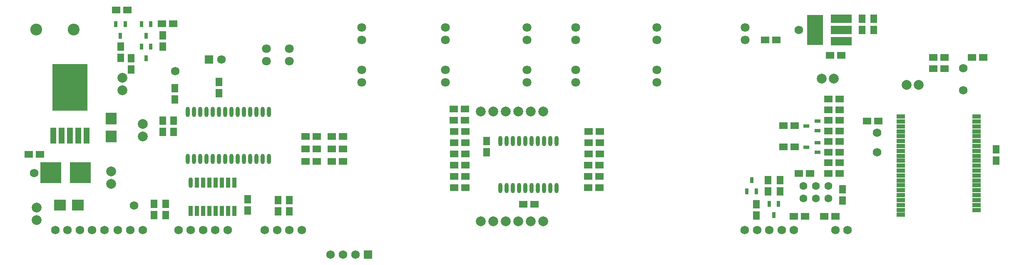
<source format=gbs>
%FSLAX25Y25*%
%MOIN*%
G70*
G01*
G75*
G04 Layer_Color=16711935*
%ADD10R,0.03937X0.03937*%
%ADD11R,0.03937X0.03937*%
%ADD12R,0.03937X0.03937*%
%ADD13R,0.03937X0.03937*%
%ADD14C,0.01000*%
%ADD15C,0.02000*%
%ADD16C,0.06000*%
%ADD17C,0.07000*%
%ADD18C,0.05000*%
%ADD19C,0.02500*%
%ADD20C,0.04000*%
%ADD21C,0.03000*%
%ADD22C,0.07087*%
%ADD23C,0.06300*%
%ADD24C,0.06000*%
%ADD25R,0.06000X0.06000*%
%ADD26C,0.05512*%
%ADD27C,0.08661*%
%ADD28C,0.02500*%
%ADD29C,0.05000*%
%ADD30R,0.05000X0.06000*%
%ADD31R,0.05709X0.02756*%
%ADD32R,0.15748X0.15748*%
%ADD33R,0.08071X0.08858*%
%ADD34R,0.04213X0.11811*%
%ADD35R,0.06000X0.05000*%
%ADD36R,0.08858X0.08071*%
%ADD37R,0.27559X0.37008*%
%ADD38R,0.02362X0.04299*%
%ADD39O,0.02400X0.07400*%
%ADD40R,0.15748X0.06000*%
%ADD41R,0.11811X0.23622*%
%ADD42R,0.04299X0.02362*%
%ADD43O,0.02400X0.07600*%
%ADD44R,0.02400X0.07600*%
%ADD45C,0.00500*%
%ADD46C,0.02362*%
%ADD47C,0.00787*%
%ADD48C,0.00984*%
%ADD49C,0.00600*%
%ADD50C,0.00200*%
%ADD51C,0.00800*%
%ADD52R,0.00446X0.00990*%
%ADD53R,0.00900X0.00700*%
%ADD54C,0.00400*%
%ADD55C,0.01500*%
%ADD56R,0.04737X0.04737*%
%ADD57R,0.04737X0.04737*%
%ADD58R,0.04737X0.04737*%
%ADD59R,0.04737X0.04737*%
%ADD60C,0.07887*%
%ADD61C,0.07100*%
%ADD62C,0.06800*%
%ADD63R,0.06800X0.06800*%
%ADD64C,0.06312*%
%ADD65C,0.09461*%
%ADD66R,0.05800X0.06800*%
%ADD67R,0.06509X0.03556*%
%ADD68R,0.16548X0.16548*%
%ADD69R,0.08871X0.09658*%
%ADD70R,0.05013X0.12611*%
%ADD71R,0.06800X0.05800*%
%ADD72R,0.09658X0.08871*%
%ADD73R,0.28359X0.37808*%
%ADD74R,0.03162X0.05099*%
%ADD75O,0.03200X0.08200*%
%ADD76R,0.16548X0.06800*%
%ADD77R,0.12611X0.24422*%
%ADD78R,0.05099X0.03162*%
%ADD79O,0.03200X0.08400*%
%ADD80R,0.03200X0.08400*%
D60*
X418607Y123917D02*
D03*
X408607D02*
D03*
X398607D02*
D03*
X388607D02*
D03*
X378607D02*
D03*
X368607D02*
D03*
Y35925D02*
D03*
X378607D02*
D03*
X418607D02*
D03*
X408607D02*
D03*
X398607D02*
D03*
X388607D02*
D03*
X72500Y76000D02*
D03*
Y66158D02*
D03*
X12835Y46842D02*
D03*
Y37000D02*
D03*
X641440Y150218D02*
D03*
X651282D02*
D03*
X719282Y145218D02*
D03*
X709440D02*
D03*
X97800Y113842D02*
D03*
Y104000D02*
D03*
X81500Y141157D02*
D03*
Y151000D02*
D03*
D61*
X405512Y157362D02*
D03*
Y147362D02*
D03*
X509449Y181220D02*
D03*
Y191220D02*
D03*
X444488Y157362D02*
D03*
Y147362D02*
D03*
Y181220D02*
D03*
Y191220D02*
D03*
X580315Y191220D02*
D03*
Y181220D02*
D03*
X509449Y147362D02*
D03*
Y157362D02*
D03*
X273228D02*
D03*
Y147362D02*
D03*
X196850Y164291D02*
D03*
Y174291D02*
D03*
X215354D02*
D03*
Y164291D02*
D03*
X405512Y181220D02*
D03*
Y191220D02*
D03*
X340158D02*
D03*
Y181220D02*
D03*
Y147362D02*
D03*
Y157362D02*
D03*
X273228Y191220D02*
D03*
Y181220D02*
D03*
D62*
X685780Y106957D02*
D03*
X124000Y156218D02*
D03*
X623224Y189457D02*
D03*
X160940Y165718D02*
D03*
X91000Y48500D02*
D03*
X754940Y158718D02*
D03*
Y140957D02*
D03*
X685780Y91457D02*
D03*
X11000Y74500D02*
D03*
X268280Y9457D02*
D03*
X258280D02*
D03*
X248280D02*
D03*
X662343Y29000D02*
D03*
X652500D02*
D03*
X580000D02*
D03*
X589843D02*
D03*
X599685D02*
D03*
X609528D02*
D03*
X619370D02*
D03*
X225232D02*
D03*
X215390D02*
D03*
X205547D02*
D03*
X195705D02*
D03*
X126500Y29000D02*
D03*
X136343D02*
D03*
X146185D02*
D03*
X156027D02*
D03*
X165870D02*
D03*
X97780Y29000D02*
D03*
X87779D02*
D03*
X77780D02*
D03*
X27779D02*
D03*
X37622D02*
D03*
X47465D02*
D03*
X57307D02*
D03*
X67150D02*
D03*
D63*
X150940Y165718D02*
D03*
X278280Y9457D02*
D03*
D64*
X636779Y54257D02*
D03*
X626780Y64257D02*
D03*
X646779Y54257D02*
D03*
X626780D02*
D03*
X636779Y64257D02*
D03*
X646779D02*
D03*
D65*
X42421Y189600D02*
D03*
X12500D02*
D03*
D66*
X123500Y142600D02*
D03*
Y133600D02*
D03*
X116280Y40957D02*
D03*
X106780D02*
D03*
X114000Y107500D02*
D03*
X589205Y49718D02*
D03*
Y40718D02*
D03*
X598705Y59913D02*
D03*
Y68914D02*
D03*
X608205D02*
D03*
Y59913D02*
D03*
X159000Y138600D02*
D03*
Y147600D02*
D03*
X206280Y43957D02*
D03*
Y52957D02*
D03*
X215280D02*
D03*
Y43957D02*
D03*
X106780Y49957D02*
D03*
X116280D02*
D03*
X683280Y198457D02*
D03*
Y189457D02*
D03*
X781279Y93524D02*
D03*
Y84524D02*
D03*
X182000Y44500D02*
D03*
Y53500D02*
D03*
X122500Y116500D02*
D03*
Y107500D02*
D03*
X673780Y189457D02*
D03*
Y198457D02*
D03*
X80099Y175914D02*
D03*
Y166913D02*
D03*
X113799Y184913D02*
D03*
Y175913D02*
D03*
X373107Y100218D02*
D03*
Y91218D02*
D03*
X88599Y166718D02*
D03*
Y157718D02*
D03*
X114000Y116500D02*
D03*
X658280Y61757D02*
D03*
Y52757D02*
D03*
D67*
X704850Y119957D02*
D03*
Y116020D02*
D03*
Y92398D02*
D03*
Y80587D02*
D03*
Y76650D02*
D03*
Y64839D02*
D03*
Y60902D02*
D03*
Y45154D02*
D03*
X765479D02*
D03*
Y72713D02*
D03*
Y76650D02*
D03*
Y84524D02*
D03*
Y88461D02*
D03*
Y92398D02*
D03*
Y119957D02*
D03*
Y116020D02*
D03*
Y112083D02*
D03*
Y108146D02*
D03*
Y104209D02*
D03*
Y100272D02*
D03*
Y96335D02*
D03*
Y80587D02*
D03*
Y68776D02*
D03*
Y64839D02*
D03*
Y60902D02*
D03*
Y56965D02*
D03*
Y53028D02*
D03*
Y49091D02*
D03*
X704850D02*
D03*
Y53028D02*
D03*
Y56965D02*
D03*
Y68776D02*
D03*
Y72713D02*
D03*
Y84524D02*
D03*
Y88461D02*
D03*
Y96335D02*
D03*
Y100272D02*
D03*
Y104209D02*
D03*
Y108146D02*
D03*
Y112083D02*
D03*
Y41217D02*
D03*
D68*
X24378Y75000D02*
D03*
X48000D02*
D03*
D69*
X72500Y104030D02*
D03*
Y118400D02*
D03*
D70*
X53000Y104500D02*
D03*
X46307D02*
D03*
X32921D02*
D03*
X39614D02*
D03*
X26228D02*
D03*
D71*
X15500Y89500D02*
D03*
X6500D02*
D03*
X596315Y181220D02*
D03*
X619370Y40000D02*
D03*
X628370D02*
D03*
X648279Y168957D02*
D03*
X657279D02*
D03*
X619780Y112707D02*
D03*
X610780D02*
D03*
X619780Y95707D02*
D03*
X610780D02*
D03*
X652500Y40000D02*
D03*
X643500D02*
D03*
X237280Y103957D02*
D03*
X228280D02*
D03*
X237280Y93957D02*
D03*
X228280D02*
D03*
X356107Y99157D02*
D03*
X347107D02*
D03*
X463979Y108157D02*
D03*
X454980D02*
D03*
X347167Y72157D02*
D03*
X356168D02*
D03*
X347168Y90157D02*
D03*
X356168D02*
D03*
X356207Y108157D02*
D03*
X347207D02*
D03*
X356007Y117157D02*
D03*
X347007D02*
D03*
X237280Y83957D02*
D03*
X228280D02*
D03*
X122150Y194457D02*
D03*
X113149D02*
D03*
X85650Y205457D02*
D03*
X76649D02*
D03*
X655780Y99957D02*
D03*
X646780D02*
D03*
X655780Y108457D02*
D03*
X646780D02*
D03*
X655780Y91457D02*
D03*
X646780D02*
D03*
Y116957D02*
D03*
X655780D02*
D03*
Y125457D02*
D03*
X646780D02*
D03*
X655780Y133957D02*
D03*
X646780D02*
D03*
X761753Y167457D02*
D03*
X770753D02*
D03*
X739753Y158457D02*
D03*
X730753D02*
D03*
X605315Y181220D02*
D03*
X655780Y74457D02*
D03*
X646780D02*
D03*
X655780Y82957D02*
D03*
X646780D02*
D03*
X678000Y116457D02*
D03*
X687000D02*
D03*
X258280Y103957D02*
D03*
X249280D02*
D03*
X454700Y72157D02*
D03*
X463700D02*
D03*
X356007Y126157D02*
D03*
X347007D02*
D03*
X347168Y81157D02*
D03*
X356168D02*
D03*
Y63157D02*
D03*
X347168D02*
D03*
X463700Y81157D02*
D03*
X454700D02*
D03*
X463700Y63157D02*
D03*
X454700D02*
D03*
X402668Y49657D02*
D03*
X411667D02*
D03*
X454980Y90157D02*
D03*
X463980D02*
D03*
X463979Y99157D02*
D03*
X454980D02*
D03*
X258280Y83957D02*
D03*
X249280D02*
D03*
X258280Y93957D02*
D03*
X249280D02*
D03*
X623280Y74257D02*
D03*
X632280D02*
D03*
X739780Y167457D02*
D03*
X730780D02*
D03*
D72*
X45870Y49000D02*
D03*
X31500D02*
D03*
D73*
X39575Y143388D02*
D03*
D74*
X599465Y50000D02*
D03*
X606945D02*
D03*
X603205Y40914D02*
D03*
X589205Y59913D02*
D03*
X581725D02*
D03*
X585465Y69000D02*
D03*
X80039Y184827D02*
D03*
X83780Y193913D02*
D03*
X76299D02*
D03*
X100539Y166827D02*
D03*
X104279Y175914D02*
D03*
X96799D02*
D03*
X100539Y184827D02*
D03*
X104279Y193913D02*
D03*
X96799D02*
D03*
D75*
X174000Y123600D02*
D03*
X194000D02*
D03*
X199000D02*
D03*
Y86000D02*
D03*
X194000D02*
D03*
X189000D02*
D03*
X184000D02*
D03*
X179000D02*
D03*
X164000D02*
D03*
X159000D02*
D03*
X154000D02*
D03*
X149000D02*
D03*
X144000D02*
D03*
X139000D02*
D03*
Y123600D02*
D03*
X144000D02*
D03*
X149000D02*
D03*
X154000D02*
D03*
X159000D02*
D03*
X164000D02*
D03*
X169000D02*
D03*
X179000D02*
D03*
X184000D02*
D03*
X189000D02*
D03*
X134000Y86000D02*
D03*
X384107Y100217D02*
D03*
X389107D02*
D03*
X394107D02*
D03*
X399107D02*
D03*
X404107D02*
D03*
X409107D02*
D03*
X414107D02*
D03*
X419107D02*
D03*
X424107D02*
D03*
Y62617D02*
D03*
X414107D02*
D03*
X409107D02*
D03*
X404107D02*
D03*
X399107D02*
D03*
X394107D02*
D03*
X389107D02*
D03*
X384107D02*
D03*
X419107D02*
D03*
X429107Y100217D02*
D03*
Y62617D02*
D03*
X134000Y123600D02*
D03*
X169000Y86000D02*
D03*
X174000D02*
D03*
D76*
X657280Y198457D02*
D03*
Y180457D02*
D03*
Y189457D02*
D03*
D77*
X636280D02*
D03*
D78*
X629193Y95207D02*
D03*
X638280Y91467D02*
D03*
Y98947D02*
D03*
X629193Y112467D02*
D03*
X638280Y108727D02*
D03*
Y116207D02*
D03*
D79*
X136280Y66957D02*
D03*
D80*
X141280D02*
D03*
X146280D02*
D03*
X151280D02*
D03*
X156280D02*
D03*
X161280D02*
D03*
X166280D02*
D03*
X171280D02*
D03*
Y44457D02*
D03*
X166280D02*
D03*
X161280D02*
D03*
X156280D02*
D03*
X151280D02*
D03*
X146280D02*
D03*
X141280D02*
D03*
X136280D02*
D03*
M02*

</source>
